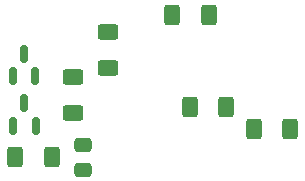
<source format=gbr>
%TF.GenerationSoftware,KiCad,Pcbnew,7.0.9*%
%TF.CreationDate,2023-11-29T13:30:04+01:00*%
%TF.ProjectId,Wzmacniacz r__nicowy do PW3015 ver.3,577a6d61-636e-4696-9163-7a2072f37c6e,rev?*%
%TF.SameCoordinates,Original*%
%TF.FileFunction,Paste,Bot*%
%TF.FilePolarity,Positive*%
%FSLAX46Y46*%
G04 Gerber Fmt 4.6, Leading zero omitted, Abs format (unit mm)*
G04 Created by KiCad (PCBNEW 7.0.9) date 2023-11-29 13:30:04*
%MOMM*%
%LPD*%
G01*
G04 APERTURE LIST*
G04 Aperture macros list*
%AMRoundRect*
0 Rectangle with rounded corners*
0 $1 Rounding radius*
0 $2 $3 $4 $5 $6 $7 $8 $9 X,Y pos of 4 corners*
0 Add a 4 corners polygon primitive as box body*
4,1,4,$2,$3,$4,$5,$6,$7,$8,$9,$2,$3,0*
0 Add four circle primitives for the rounded corners*
1,1,$1+$1,$2,$3*
1,1,$1+$1,$4,$5*
1,1,$1+$1,$6,$7*
1,1,$1+$1,$8,$9*
0 Add four rect primitives between the rounded corners*
20,1,$1+$1,$2,$3,$4,$5,0*
20,1,$1+$1,$4,$5,$6,$7,0*
20,1,$1+$1,$6,$7,$8,$9,0*
20,1,$1+$1,$8,$9,$2,$3,0*%
G04 Aperture macros list end*
%ADD10RoundRect,0.250000X0.400000X0.625000X-0.400000X0.625000X-0.400000X-0.625000X0.400000X-0.625000X0*%
%ADD11RoundRect,0.250000X0.625000X-0.400000X0.625000X0.400000X-0.625000X0.400000X-0.625000X-0.400000X0*%
%ADD12RoundRect,0.150000X0.150000X-0.587500X0.150000X0.587500X-0.150000X0.587500X-0.150000X-0.587500X0*%
%ADD13RoundRect,0.250000X-0.400000X-0.625000X0.400000X-0.625000X0.400000X0.625000X-0.400000X0.625000X0*%
%ADD14RoundRect,0.250000X-0.475000X0.337500X-0.475000X-0.337500X0.475000X-0.337500X0.475000X0.337500X0*%
G04 APERTURE END LIST*
D10*
%TO.C,R1*%
X169250000Y-107100000D03*
X166150000Y-107100000D03*
%TD*%
D11*
%TO.C,R3*%
X174000000Y-99550000D03*
X174000000Y-96450000D03*
%TD*%
D12*
%TO.C,Q1*%
X167900000Y-104400000D03*
X166000000Y-104400000D03*
X166950000Y-102525000D03*
%TD*%
D13*
%TO.C,R10*%
X186350000Y-104700000D03*
X189450000Y-104700000D03*
%TD*%
D12*
%TO.C,Q9*%
X167850000Y-100175000D03*
X165950000Y-100175000D03*
X166900000Y-98300000D03*
%TD*%
D11*
%TO.C,R2*%
X171100000Y-103350000D03*
X171100000Y-100250000D03*
%TD*%
D13*
%TO.C,R11*%
X180950000Y-102800000D03*
X184050000Y-102800000D03*
%TD*%
%TO.C,R4*%
X179450000Y-95000000D03*
X182550000Y-95000000D03*
%TD*%
D14*
%TO.C,C9*%
X171900000Y-106062500D03*
X171900000Y-108137500D03*
%TD*%
M02*

</source>
